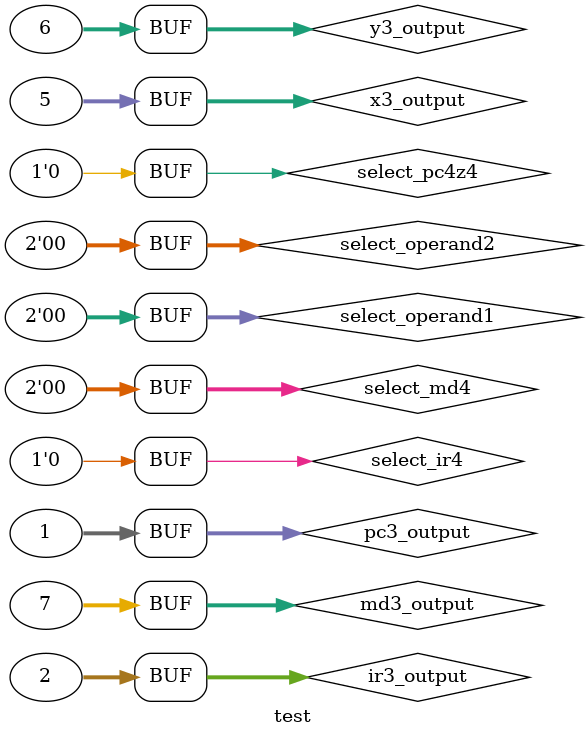
<source format=v>
module mux2(in0,in1,select,out);
input[31:0] in0,in1;
input select;
output[31:0] out;
reg[31:0] out;
always @(*)
		begin
		case(select)
		0:out<=in0;
		1:out<=in1;
		endcase
		end
endmodule

/*module test;
reg[31:0] in0,in1;
reg select;
wire[31:0] out;
mux2 m(in0,in1,select,out);
initial begin
$monitor("%d %d %d %d",in0,in1,select,out);
in0 = 0;in1 = 1;select = 0;
#5 select = 1;
end
endmodule*/

module mux4(in0,in1,in2,in3,select,out);
input[31:0] in0,in1,in2,in3;
input[1:0] select;
output[31:0] out;
reg[31:0] out;
always@(*)
		begin
		case(select)
0:out<=in0;
1:out<=in1;
2:out<=in2;
3:out<=in3;
endcase
		end
endmodule

/*module test;
reg[31:0] in0,in1,in2,in3;
reg[1:0] select;
wire[31:0] out;
mux4 m(in0,in1,in2,in3,select,out);
initial begin
$monitor("%d %d %d %d %d %d",in0,in1,in2,in3,select,out);
in0 = 0;in1=1;in2= 2;in3=3;select = 0;
#5 select = 1;
#5 select = 2;
#5 select = 3;
end
endmodule*/



module alu_decode(ir3_output,alu_select);
input[31:0] ir3_output;
output[5:0] alu_select;
reg[5:0] alu_select;
always @(*)
		begin
		
		if(ir3_output[6:0]==7'b0110011)
		begin
		if(ir3_output[31:25]==7'b0100000&&ir3_output[14:12]==3'b000)
		alu_select = 6'b000000;//add
		if(ir3_output[31:25]==7'b0000000&&ir3_output[14:12]==3'b000)
		alu_select = 6'b000001;//sub
		if(ir3_output[31:25]==7'b0000000&&ir3_output[14:12]==3'b111)
		alu_select = 6'b000010;//and
		if(ir3_output[31:25]==7'b0000000&&ir3_output[14:12]==3'b110)
		alu_select = 6'b000011;//or
		if(ir3_output[31:25]==7'b0000000&&ir3_output[14:12]==3'b100)
		alu_select = 6'b000100;//xor
		if(ir3_output[31:25]==7'b0000000&&ir3_output[14:12]==3'b010)
		alu_select = 6'b000101;//slt
		if(ir3_output[31:25]==7'b0000000&&ir3_output[14:12]==3'b011)
		alu_select = 6'b000110;//sltu
		if(ir3_output[31:25]==7'b0100000&&ir3_output[14:12]==3'b101)
		alu_select = 6'b000111;//sra
		if(ir3_output[31:25]==7'b0000000&&ir3_output[14:12]==3'b101)
		alu_select = 6'b001000;//srl
		if(ir3_output[31:25]==7'b0000000&&ir3_output[14:12]==3'b001)
		alu_select = 6'b001001;//sll
		if(ir3_output[31:25]==7'b0000001&&ir3_output[14:12]==3'b000)
		alu_select = 6'b001010;//mul
		end
		
		if(ir3_output[6:0]==7'b0010011)
		begin
		if(ir3_output[14:12] == 3'b000)
		alu_select = 6'b001011;//addi
		if(ir3_output[14:12] == 3'b001)
		alu_select = 6'b001100;//subi
		if(ir3_output[14:12] == 3'b111)
		alu_select = 6'b001101;//andi
		if(ir3_output[14:12] == 3'b110)
		alu_select = 6'b001110;//ori
		if(ir3_output[14:12] == 3'b100)
		alu_select = 6'b001111;//xori
		if(ir3_output[14:12] == 3'b010)
		alu_select = 6'b010000;//slti
		if(ir3_output[14:12] == 3'b011)
		alu_select = 6'b010001;//sltiu
		if(ir3_output[14:12] == 3'b101&&ir3_output[31:25]==7'b0100000)
		alu_select = 6'b010010;//srai
		if(ir3_output[14:12] == 3'b101&&ir3_output[31:25]==7'b0000000)
		alu_select = 6'b010011;//srli
		if(ir3_output[14:12] == 3'b101&&ir3_output[31:25]==7'b0000001)
		alu_select = 6'b010100;//slli
		end
		
		if(ir3_output[6:0]==7'b0110111)
		alu_select = 6'b010101;//lui
	
		if(ir3_output[6:0]==7'b0010111)
		alu_select = 6'b010110;//auipc
		
		if(ir3_output[6:0]==7'b0000011&&ir3_output[14:12]==3'b010)
		alu_select = 6'b010111;//lw

		if(ir3_output[6:0]==7'b0100011&&ir3_output[14:12]==3'b010)
		alu_select = 6'b011000;//sw
			
		if(ir3_output[6:0]==7'b1101111)
		begin
		if(ir3_output[14:7]==8'b00000000&&ir3_output[31:20]==12'b000000000000)
			begin
				alu_select = 6'b011001;//jr
			end
		else 
			begin
				if(ir3_output[14:12]==3'b000)
					begin
						alu_select = 6'b011010;//jalr
					end
				else
					begin
						alu_select = 6'b011011;//jal
					end
			end
		end

		if(ir3_output[6:0]==7'b1100011)
		begin
		if(ir3_output[14:12]==3'b000)
		alu_select = 6'b011100;//beq
		if(ir3_output[14:12]==3'b001)
		alu_select = 6'b011101;//bne
		if(ir3_output[14:12]==3'b100)
		alu_select = 6'b011110;//blt
		if(ir3_output[14:12]==3'b101)
		alu_select = 6'b011111;//bge
		if(ir3_output[14:12]==3'b110)
		alu_select = 6'b100000;//bltu
		if(ir3_output[14:12]==3'b111)
		alu_select = 6'b100001;//bgeu
		end
		
		end
endmodule

/*module test;
reg[31:0] ir3_output;
wire[5:0] alu_select;
alu_decode dec(ir3_output,alu_select);
initial begin
$monitor("%d %d",ir3_output,alu_select);
#5	ir3_output[6:0]<=7'b0110011;ir3_output[31:25]<=7'b0100000;ir3_output[14:12]<=3'b000;
#5	ir3_output[31:25]=7'b0000000;ir3_output[14:12]=3'b000;
#5	ir3_output[31:25]=7'b0000000;ir3_output[14:12]=3'b111;
#5 	ir3_output[31:25]=7'b0000000;ir3_output[14:12]=3'b110;
#5	ir3_output[31:25]=7'b0000000;ir3_output[14:12]=3'b100;
#5	ir3_output[31:25]=7'b0000000;ir3_output[14:12]=3'b010;
#5 	ir3_output[31:25]=7'b0000000;ir3_output[14:12]=3'b011;
#5	ir3_output[31:25]=7'b0100000;ir3_output[14:12]=3'b101;
#5	ir3_output[31:25]=7'b0000000;ir3_output[14:12]=3'b101;
#5	ir3_output[31:25]=7'b0000000;ir3_output[14:12]=3'b001;
#5	ir3_output[31:25]=7'b0000001;ir3_output[14:12]=3'b000;
#5	ir3_output[6:0]=7'b0010011;	ir3_output[14:12] = 3'b000;
#5	ir3_output[14:12] = 3'b001;
#5	ir3_output[14:12] = 3'b111;
#5 	ir3_output[14:12] = 3'b110;
#5	ir3_output[14:12]= 3'b100;
#5	ir3_output[14:12]= 3'b010;
#5	ir3_output[14:12] = 3'b011;
#5	ir3_output[14:12] = 3'b101;ir3_output[31:25]=7'b0100000;
#5	ir3_output[14:12] = 3'b101;ir3_output[31:25]=7'b0000000;
#5	ir3_output[14:12] = 3'b101;ir3_output[31:25]=7'b0000001;
#5 	ir3_output[6:0]=7'b0110111;
#5	ir3_output[6:0]=7'b0010111;
#5 	ir3_output[6:0]=7'b0000011;ir3_output[14:12]=3'b010;
#5	ir3_output[6:0]=7'b0100011;ir3_output[14:12]=3'b010;
#5	ir3_output[6:0]=7'b1101111;ir3_output[14:12]=3'b000;
#5 	ir3_output[14:7]=8'b00000000;ir3_output[31:20]=12'b0;
#5  ir3_output[6:0]=7'b1100011;ir3_output[14:12]=3'b000;
#5 	ir3_output[14:12]=3'b001;
#5 	ir3_output[14:12]=3'b100;
#5 	ir3_output[14:12]=3'b101;
#5 	ir3_output[14:12]=3'b110;
#5 	ir3_output[14:12]=3'b111;	
end
endmodule*/

module alu(operand1,operand2,alu_select,z4_input);
input[31:0] operand1,operand2;
input[5:0] alu_select;
output[31:0] z4_input;
reg signed [31:0] z4_input;
always @(*)
		begin
		case(alu_select)
		0:	z4_input = operand1 + operand2;	//add
		1:	z4_input = operand1 - operand2;	//sub
		2:	z4_input = operand1 & operand2;	//and	
		3:	z4_input = operand1|operand2; //or
		4:	z4_input = operand1^operand2;	//xor
		5:	begin//slt
			if($signed(operand1)<$signed(operand2))
			z4_input = 1;
			else 
			z4_input = 0;
			end
		6:	begin
				if(operand1<operand2)
				z4_input =	1;
				else
				z4_input = 0;//sltu
		end
	7:	z4_input = operand1>>>operand2[4:0];//sra
		8:	z4_input = operand1>>operand2[4:0];	//srl
		9:	z4_input = operand1<<operand2[4:0];//sll
		10:	z4_input = operand1 * operand2 ;	//mul
		11:	z4_input = operand1 + operand2 ;	//addi
		12:	z4_input = operand1 - operand2 ;	//subi
		13:	z4_input = operand1 & operand2 ;	//andi
		14:	z4_input = operand1 | operand2 ;	//ori
		15:	z4_input = operand1 ^ operand2 ;	//xori
		16:	z4_input = 	operand1 << operand2 ;//	slti
		17:	begin
				if(operand1<operand2)
				z4_input =	1;
				else
				z4_input = 0;//sltu
		end
		18:	z4_input = 	operand1>>>operand2;//srai
		19:	z4_input = 	operand1>>operand2; //srli
		20:	z4_input = 	operand1<<operand2;//slli
		21:	z4_input = 	operand2;//lui
		22:	z4_input = 	operand1 + operand2;//auipc
		23:	z4_input = 	operand1 + operand2 ;//lw
		24:	z4_input = 	operand1 + operand2;//sw
		25:	z4_input = operand1 + operand2;	//jr
		26:	z4_input = 	operand1 + operand2;//jalr
		27:	z4_input = 	operand1 + operand2;//jal
		28:	z4_input = operand1 - operand2 ;//beq
		29:	z4_input = 	operand1 - operand2 ;//bne
		30:	z4_input = 	operand1 - operand2 ;//blt
		31:	z4_input = 	operand1 - operand2 ;//bge
		32:	z4_input = 	operand1 - operand2 ;//bltu
		33:	z4_input = 	operand1 - operand2 ;//bgeu
		default:z4_input<=operand1 + operand2;
		endcase
		end
endmodule

/*module test;
reg[31:0] operand1,operand2;
reg[5:0] alu_select;
wire[31:0]  out;
alu a(operand1,operand2,alu_select,out);
initial begin
operand1  = 1 ; operand2 = 2;
#5 alu_select = 0;
#5 alu_select = 1;
#5 alu_select = 2;
#5 alu_select = 3;
#5 alu_select = 4;
#5 alu_select = 5;
#5 alu_select = 6;
#5 alu_select = 7;
#5 alu_select = 8;
#5 alu_select = 9;
#5 alu_select = 10;
#5 alu_select = 11;
#5 alu_select = 12;
#5 alu_select = 13;
#5 alu_select = 14;
#5 alu_select = 15;
#5 alu_select = 16;
#5 alu_select = 17;
#5 alu_select = 18;
#5 alu_select = 19;
#5 alu_select = 20;
#5 alu_select = 21;
#5 alu_select = 22;
#5 alu_select = 23;
#5 alu_select = 24;
#5 alu_select = 25;
#5 alu_select = 26;
#5 alu_select = 27;
#5 alu_select = 28;
$display("%d %d",alu_select,$signed(out));
#5 alu_select = 29;
$display("%d %d",alu_select,$signed(out));
#5 alu_select = 30;
$display("%d %d",alu_select,$signed(out));
#5 alu_select = 31;
$display("%d %d",alu_select,$signed(out));
#5 alu_select = 32;
$display("%d %d",alu_select,$signed(out));
#5 alu_select = 33;
end
endmodule*/

module execute_stage(ir3_output,pc3_output,x3_output,y3_output,md3_output,pc4_output,z4_output,z5_output,select_ir4,select_pc4z4,select_operand1,select_operand2,select_md4,clk,reset,ir4_input,pc4_input,z4_input,md4_input);
input[1:0] select_operand1,select_operand2,select_md4;
input select_ir4,select_pc4z4;
input[31:0] ir3_output,pc3_output,x3_output,y3_output,md3_output,z4_output,z5_output,pc4_output;
input clk,reset;
output[31:0] ir4_input,pc4_input,z4_input,md4_input;
reg[31:0] nop;
wire[31:0] ir4_input,pc4_input,z4_input,md4_input;
wire[31:0] operand1,operand2,mux_operand_in;
wire[5:0] alu_select;
always @(posedge clk)
		begin
		if(reset==1)
		nop = 0;
		end
		assign pc4_input = pc3_output;
mux2 ir4mux(.in0(ir3_output),.in1(nop),.select(select_ir4),.out(ir4_input));
mux2 pc4z4mux(.in0(pc4_output),.in1(z4_output),.select(select_pc4z4),.out(mux_operand_in));
mux4 operand1mux(.in0(x3_output),.in1(z5_output),.in2(mux_operand_in),.in3(mux_operand_in),.select(select_operand1),.out(operand1));
mux4 operand2mux(.in0(y3_output),.in1(z5_output),.in2(mux_operand_in),.in3(mux_operand_in),.select(select_operand2),.out(operand2));
mux4 md4mux(.in0(md3_output),.in1(z5_output),.in2(mux_operand_in),.in3(mux_operand_in),.select(select_md4),.out(md4_input));
alu_decode decode(.ir3_output(ir3_output),.alu_select(alu_select));
alu al(.operand1(operand1),.operand2(operand2),.alu_select(alu_select),.z4_input(z4_input));
endmodule

module test;
reg[1:0] select_operand1,select_operand2,select_md4;
reg select_ir4,select_pc4z4;
reg[31:0] ir3_output,pc3_output,x3_output,y3_output,md3_output,z4_output,z5_output,pc4_output;
reg clk,reset;
wire[31:0] ir4_input,pc4_input,z4_input,md4_input;
execute_stage ex(.ir3_output(ir3_output),.pc3_output(pc3_output),.x3_output(x3_output),.y3_output(y3_output),.md3_output(md3_output),.pc4_output(pc4_output),.z4_output(z4_output),.z5_output(z5_output),.select_ir4(select_ir4),.select_pc4z4(select_pc4z4),.select_operand1(select_operand1),.select_operand2(select_operand2),.select_md4(select_md4),.clk(clk),.reset(reset),.ir4_input(ir4_input),.pc4_input(pc4_input),.z4_input(z4_input),.md4_input(md4_input));
initial begin
$monitor("%d %d %d %d",ir4_input,pc4_input,z4_input,md4_input);
ir3_output = 2;pc3_output = 1;x3_output = 5;y3_output= 6;md3_output = 7;
select_ir4 = 0;select_pc4z4 = 0;select_operand1 = 0;select_operand2 = 0;select_md4 = 0;
end
endmodule











</source>
